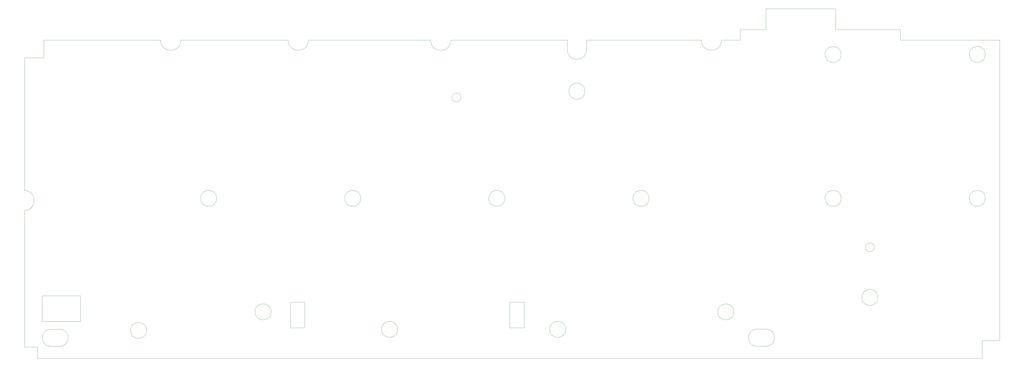
<source format=gbr>
%TF.GenerationSoftware,KiCad,Pcbnew,(6.0.0-rc1-114-gb471945224)*%
%TF.CreationDate,2023-01-31T08:44:57+01:00*%
%TF.ProjectId,HB-F1XD-keyboard,48422d46-3158-4442-9d6b-6579626f6172,1*%
%TF.SameCoordinates,Original*%
%TF.FileFunction,Profile,NP*%
%FSLAX46Y46*%
G04 Gerber Fmt 4.6, Leading zero omitted, Abs format (unit mm)*
G04 Created by KiCad (PCBNEW (6.0.0-rc1-114-gb471945224)) date 2023-01-31 08:44:57*
%MOMM*%
%LPD*%
G01*
G04 APERTURE LIST*
%TA.AperFunction,Profile*%
%ADD10C,0.050000*%
%TD*%
G04 APERTURE END LIST*
D10*
X401320000Y-86995000D02*
X401320000Y-206375000D01*
X305119219Y-201818372D02*
G75*
G03*
X305119219Y-208602696I0J-3392162D01*
G01*
X308600422Y-208602495D02*
G75*
G03*
X308608952Y-201781629I9096J3410427D01*
G01*
X305119219Y-201818372D02*
X308608952Y-201781629D01*
X308600422Y-208602495D02*
X305119219Y-208602697D01*
X120015000Y-201295000D02*
X120015000Y-191135000D01*
X207010000Y-201295000D02*
X207010000Y-191135000D01*
X207010000Y-191135000D02*
X212725000Y-191135000D01*
X212725000Y-201295000D02*
X207010000Y-201295000D01*
X212725000Y-191135000D02*
X212725000Y-201295000D01*
X351624497Y-169294905D02*
G75*
G03*
X351624497Y-169294905I-1761062J0D01*
G01*
X22225000Y-86995000D02*
X68580000Y-86995000D01*
X175688908Y-86995000D02*
G75*
G03*
X183721092Y-86995000I4016092J0D01*
G01*
X283003908Y-86995000D02*
G75*
G03*
X291036092Y-86995000I4016092J0D01*
G01*
X76612184Y-86995000D02*
X119173908Y-86995000D01*
X127206092Y-86995000D02*
X175688908Y-86995000D01*
X183721092Y-86995000D02*
X229870000Y-86995000D01*
X237490000Y-86995000D02*
X283003908Y-86995000D01*
X394335000Y-213360000D02*
X19685000Y-213360000D01*
X68580000Y-86995000D02*
G75*
G03*
X76612184Y-86995000I4016092J0D01*
G01*
X14605000Y-93980000D02*
X22225000Y-93980000D01*
X22225000Y-93980000D02*
X22225000Y-86995000D01*
X394335000Y-206375000D02*
X394335000Y-213360000D01*
X401320000Y-206375000D02*
X394335000Y-206375000D01*
X298450000Y-86995000D02*
X291036092Y-86995000D01*
X361950000Y-86995000D02*
X401320000Y-86995000D01*
X236855000Y-107315000D02*
G75*
G03*
X236855000Y-107315000I-3175000J0D01*
G01*
X14605000Y-146685000D02*
X14605000Y-93980000D01*
X336296000Y-82804000D02*
X361950000Y-82804000D01*
X36830000Y-198755000D02*
X21590000Y-198755000D01*
X21590000Y-198755000D02*
X21590000Y-188595000D01*
X21590000Y-188595000D02*
X36830000Y-188595000D01*
X36830000Y-188595000D02*
X36830000Y-198755000D01*
X125730000Y-191135000D02*
X125730000Y-201295000D01*
X205105000Y-149860000D02*
G75*
G03*
X205105000Y-149860000I-3175000J0D01*
G01*
X338455000Y-149860000D02*
G75*
G03*
X338455000Y-149860000I-3175000J0D01*
G01*
X25093797Y-201868372D02*
G75*
G03*
X25093797Y-208643466I0J-3387547D01*
G01*
X298450000Y-86995000D02*
X298450000Y-82804000D01*
X295910000Y-194945000D02*
G75*
G03*
X295910000Y-194945000I-3175000J0D01*
G01*
X395605000Y-92710000D02*
G75*
G03*
X395605000Y-92710000I-3175000J0D01*
G01*
X361950000Y-82804000D02*
X361950000Y-86995000D01*
X112395000Y-194945000D02*
G75*
G03*
X112395000Y-194945000I-3175000J0D01*
G01*
X336296000Y-74549000D02*
X336296000Y-82804000D01*
X298450000Y-82804000D02*
X308610000Y-82804000D01*
X120015000Y-191135000D02*
X125730000Y-191135000D01*
X14605000Y-154717184D02*
G75*
G03*
X14605000Y-146685000I-206228J4016092D01*
G01*
X162560000Y-201930000D02*
G75*
G03*
X162560000Y-201930000I-3175000J0D01*
G01*
X63021930Y-202329603D02*
G75*
G03*
X63021930Y-202329603I-3175000J0D01*
G01*
X14605000Y-208915000D02*
X14605000Y-154717184D01*
X308610000Y-74549000D02*
X336296000Y-74549000D01*
X125730000Y-201295000D02*
X120015000Y-201295000D01*
X119173908Y-86995000D02*
G75*
G03*
X127206092Y-86995000I4016092J0D01*
G01*
X19685000Y-208915000D02*
X14605000Y-208915000D01*
X229235000Y-201930000D02*
G75*
G03*
X229235000Y-201930000I-3175000J0D01*
G01*
X25093797Y-201868372D02*
X28583530Y-201831629D01*
X229870000Y-90805000D02*
G75*
G03*
X237490000Y-90805000I3810000J0D01*
G01*
X308610000Y-74549000D02*
X308610000Y-82804000D01*
X90805000Y-149860000D02*
G75*
G03*
X90805000Y-149860000I-3175000J0D01*
G01*
X19685000Y-213360000D02*
X19685000Y-208915000D01*
X395605000Y-149860000D02*
G75*
G03*
X395605000Y-149860000I-3175000J0D01*
G01*
X147955000Y-149860000D02*
G75*
G03*
X147955000Y-149860000I-3175000J0D01*
G01*
X237490000Y-90805000D02*
X237490000Y-86995000D01*
X28575000Y-208643265D02*
G75*
G03*
X28583530Y-201831629I9086J3405812D01*
G01*
X28575000Y-208643265D02*
X25093797Y-208643467D01*
X338455000Y-92710000D02*
G75*
G03*
X338455000Y-92710000I-3175000J0D01*
G01*
X229870000Y-90805000D02*
X229870000Y-86995000D01*
X262255000Y-149860000D02*
G75*
G03*
X262255000Y-149860000I-3175000J0D01*
G01*
X353060000Y-189230000D02*
G75*
G03*
X353060000Y-189230000I-3175000J0D01*
G01*
X187663145Y-109735138D02*
G75*
G03*
X187663145Y-109735138I-1761062J0D01*
G01*
M02*

</source>
